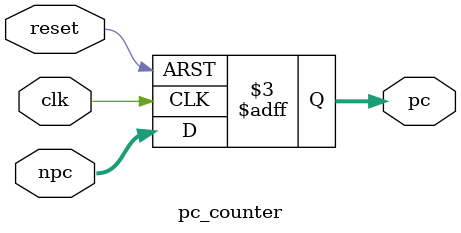
<source format=v>
`timescale 1ns / 1ps

module pc_counter(
    input wire [31:0] npc,
    input wire clk,
    input wire reset, // Added reset signal
    output reg [31:0] pc
);

    initial begin
        pc <= 0;
    end

    always @(posedge clk or posedge reset) begin
        if (reset)
            pc <= 0; // Reset PC to 0
        else
            pc <= npc; // Update PC with the next value
    end

endmodule

</source>
